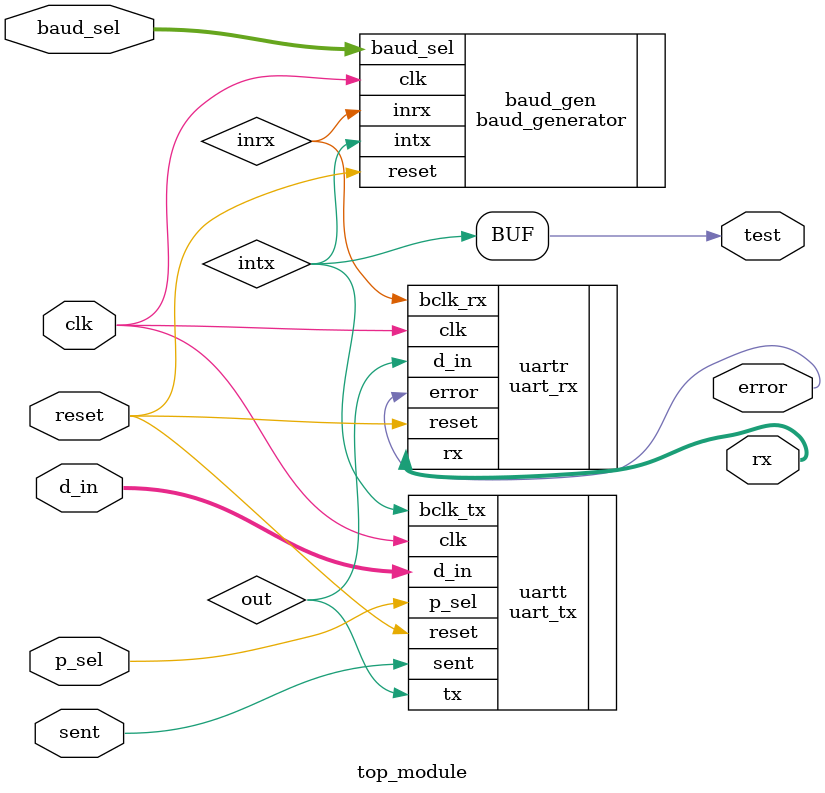
<source format=v>
	module top_module (
	input reset,clk,sent,p_sel,
	input [1:0]baud_sel,
	input [7:0]d_in,
	output error,
	output [7:0]rx,
	output test
	);
	wire intx, inrx;
	wire out;
		baud_generator baud_gen(.clk(clk),
								.reset(reset),
								.baud_sel(baud_sel),
								.intx(intx), 
								.inrx(inrx)
							    );
	
		uart_tx uartt(			.reset(reset),
		         				.clk(clk),
		         				.sent(sent),
		         				.d_in(d_in),
		         				.bclk_tx(intx),
		         				.p_sel(p_sel),
		         				.tx(out)
		                         );

		uart_rx uartr(			.clk(clk),
				  				.reset(reset),
				  				.rx(rx),
				  				.d_in(out),
				  				.bclk_rx(inrx),
				  				.error(error)
				                );


		assign test = intx;
	endmodule

</source>
